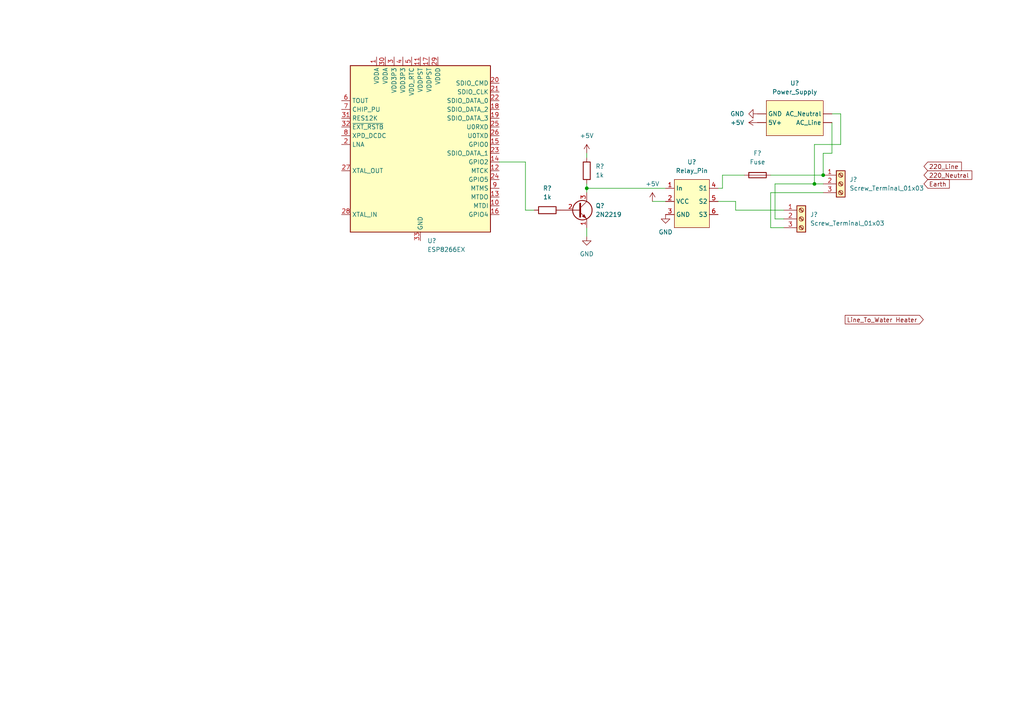
<source format=kicad_sch>
(kicad_sch (version 20211123) (generator eeschema)
  (paper "A4")
  (lib_symbols
    (symbol "Connector:Screw_Terminal_01x03" (pin_names (offset 1.016) hide)
      (property "Reference" "J" (at 0 5.08 0))
      (property "Value" "Screw_Terminal_01x03" (at 0 -5.08 0))
      (symbol "Screw_Terminal_01x03_1_1"
        (rectangle (start -1.27 3.81) (end 1.27 -3.81) (stroke (width 0.254)) (fill (type background)))
        (circle (center 0 -2.54) (radius 0.635) (stroke (width 0.1524)))
        (polyline (pts (xy -0.5334 -2.2098) (xy 0.3302 -3.048)) (stroke (width 0.1524)))
        (polyline (pts (xy -0.5334 0.3302) (xy 0.3302 -0.508)) (stroke (width 0.1524)))
        (polyline (pts (xy -0.5334 2.8702) (xy 0.3302 2.032)) (stroke (width 0.1524)))
        (polyline (pts (xy -0.3556 -2.032) (xy 0.508 -2.8702)) (stroke (width 0.1524)))
        (polyline (pts (xy -0.3556 0.508) (xy 0.508 -0.3302)) (stroke (width 0.1524)))
        (polyline (pts (xy -0.3556 3.048) (xy 0.508 2.2098)) (stroke (width 0.1524)))
        (circle (center 0 0) (radius 0.635) (stroke (width 0.1524)))
        (circle (center 0 2.54) (radius 0.635) (stroke (width 0.1524)))
        (pin passive line (at -5.08 2.54 0) (length 3.81) (name "Pin_1") (number "1"))
        (pin passive line (at -5.08 0 0) (length 3.81) (name "Pin_2") (number "2"))
        (pin passive line (at -5.08 -2.54 0) (length 3.81) (name "Pin_3") (number "3"))
      )
    )
    (symbol "Device:Fuse" (pin_numbers hide) (pin_names (offset 0))
      (property "Reference" "F" (at 2.032 0 90))
      (property "Value" "Fuse" (at -1.905 0 90))
      (symbol "Fuse_0_1"
        (rectangle (start -0.762 -2.54) (end 0.762 2.54) (stroke (width 0.254)))
        (polyline (pts (xy 0 2.54) (xy 0 -2.54)))
      )
      (symbol "Fuse_1_1"
        (pin passive line (at 0 3.81 270) (length 1.27) (name "~") (number "1"))
        (pin passive line (at 0 -3.81 90) (length 1.27) (name "~") (number "2"))
      )
    )
    (symbol "Device:R" (pin_numbers hide) (pin_names (offset 0))
      (property "Reference" "R" (at 2.032 0 90))
      (property "Value" "R" (at 0 0 90))
      (symbol "R_0_1"
        (rectangle (start -1.016 -2.54) (end 1.016 2.54) (stroke (width 0.254)))
      )
      (symbol "R_1_1"
        (pin passive line (at 0 3.81 270) (length 1.27) (name "~") (number "1"))
        (pin passive line (at 0 -3.81 90) (length 1.27) (name "~") (number "2"))
      )
    )
    (symbol "MCU_Espressif:ESP8266EX"
      (property "Reference" "U" (at 0 2.54 0))
      (property "Value" "ESP8266EX" (at 0 -2.54 0))
      (symbol "ESP8266EX_0_1"
        (rectangle (start -20.32 22.86) (end 20.32 -25.4) (stroke (width 0.254)) (fill (type background)))
      )
      (symbol "ESP8266EX_1_1"
        (pin power_in line (at -12.7 25.4 270) (length 2.54) (name "VDDA") (number "1"))
        (pin bidirectional line (at 22.86 -17.78 180) (length 2.54) (name "MTDI") (number "10"))
        (pin power_in line (at 0 25.4 270) (length 2.54) (name "VDDPST") (number "11"))
        (pin bidirectional line (at 22.86 -7.62 180) (length 2.54) (name "MTCK") (number "12"))
        (pin bidirectional line (at 22.86 -15.24 180) (length 2.54) (name "MTDO") (number "13"))
        (pin bidirectional line (at 22.86 -5.08 180) (length 2.54) (name "GPIO2") (number "14"))
        (pin bidirectional line (at 22.86 0 180) (length 2.54) (name "GPIO0") (number "15"))
        (pin bidirectional line (at 22.86 -20.32 180) (length 2.54) (name "GPIO4") (number "16"))
        (pin power_in line (at 2.54 25.4 270) (length 2.54) (name "VDDPST") (number "17"))
        (pin bidirectional line (at 22.86 10.16 180) (length 2.54) (name "SDIO_DATA_2") (number "18"))
        (pin bidirectional line (at 22.86 7.62 180) (length 2.54) (name "SDIO_DATA_3") (number "19"))
        (pin bidirectional line (at -22.86 0 0) (length 2.54) (name "LNA") (number "2"))
        (pin bidirectional line (at 22.86 17.78 180) (length 2.54) (name "SDIO_CMD") (number "20"))
        (pin bidirectional line (at 22.86 15.24 180) (length 2.54) (name "SDIO_CLK") (number "21"))
        (pin bidirectional line (at 22.86 12.7 180) (length 2.54) (name "SDIO_DATA_0") (number "22"))
        (pin bidirectional line (at 22.86 -2.54 180) (length 2.54) (name "SDIO_DATA_1") (number "23"))
        (pin bidirectional line (at 22.86 -10.16 180) (length 2.54) (name "GPIO5") (number "24"))
        (pin bidirectional line (at 22.86 5.08 180) (length 2.54) (name "U0RXD") (number "25"))
        (pin bidirectional line (at 22.86 2.54 180) (length 2.54) (name "U0TXD") (number "26"))
        (pin bidirectional line (at -22.86 -7.62 0) (length 2.54) (name "XTAL_OUT") (number "27"))
        (pin bidirectional line (at -22.86 -20.32 0) (length 2.54) (name "XTAL_IN") (number "28"))
        (pin power_in line (at 5.08 25.4 270) (length 2.54) (name "VDDD") (number "29"))
        (pin power_in line (at -7.62 25.4 270) (length 2.54) (name "VDD3P3") (number "3"))
        (pin power_in line (at -10.16 25.4 270) (length 2.54) (name "VDDA") (number "30"))
        (pin input line (at -22.86 7.62 0) (length 2.54) (name "RES12K") (number "31"))
        (pin input line (at -22.86 5.08 0) (length 2.54) (name "~{EXT_RSTB}") (number "32"))
        (pin power_in line (at 0 -27.94 90) (length 2.54) (name "GND") (number "33"))
        (pin power_in line (at -5.08 25.4 270) (length 2.54) (name "VDD3P3") (number "4"))
        (pin power_in line (at -2.54 25.4 270) (length 2.54) (name "VDD_RTC") (number "5"))
        (pin input line (at -22.86 12.7 0) (length 2.54) (name "TOUT") (number "6"))
        (pin input line (at -22.86 10.16 0) (length 2.54) (name "CHIP_PU") (number "7"))
        (pin bidirectional line (at -22.86 2.54 0) (length 2.54) (name "XPD_DCDC") (number "8"))
        (pin bidirectional line (at 22.86 -12.7 180) (length 2.54) (name "MTMS") (number "9"))
      )
    )
    (symbol "Transistor_BJT:2N2219" (pin_names (offset 0) hide)
      (property "Reference" "Q" (at 5.08 1.905 0))
      (property "Value" "2N2219" (at 5.08 0 0))
      (symbol "2N2219_0_1"
        (polyline (pts (xy 0.635 0.635) (xy 2.54 2.54)))
        (polyline (pts (xy 0.635 -0.635) (xy 2.54 -2.54) (xy 2.54 -2.54)))
        (polyline (pts (xy 0.635 1.905) (xy 0.635 -1.905) (xy 0.635 -1.905)) (stroke (width 0.508)))
        (polyline (pts (xy 1.27 -1.778) (xy 1.778 -1.27) (xy 2.286 -2.286) (xy 1.27 -1.778) (xy 1.27 -1.778)) (fill (type outline)))
        (circle (center 1.27 0) (radius 2.8194) (stroke (width 0.254)))
      )
      (symbol "2N2219_1_1"
        (pin passive line (at 2.54 -5.08 90) (length 2.54) (name "E") (number "1"))
        (pin passive line (at -5.08 0 0) (length 5.715) (name "B") (number "2"))
        (pin passive line (at 2.54 5.08 270) (length 2.54) (name "C") (number "3"))
      )
    )
    (symbol "Water_Heater_SYM:Power_Supply"
      (property "Reference" "U" (at 0 6.35 0))
      (property "Value" "Power_Supply" (at 0 -7.62 0))
      (symbol "Power_Supply_0_1"
        (rectangle (start -8.89 5.08) (end 7.62 -5.08) (fill (type background)))
      )
      (symbol "Power_Supply_1_1"
        (pin output line (at 10.16 1.27 180) (length 2.54) (name "5V+") (number ""))
        (pin input line (at -11.43 1.27 0) (length 2.54) (name "AC_Line") (number ""))
        (pin input line (at -11.43 -1.27 0) (length 2.54) (name "AC_Neutral") (number ""))
        (pin output line (at 10.16 -1.27 180) (length 2.54) (name "GND") (number ""))
      )
    )
    (symbol "Water_Heater_SYM:Relay_Pin"
      (property "Reference" "U" (at 0 -8.89 0))
      (property "Value" "Relay_Pin" (at 0 7.62 0))
      (symbol "Relay_Pin_0_1"
        (rectangle (start 5.08 -7.62) (end -5.08 6.35) (fill (type background)))
      )
      (symbol "Relay_Pin_1_1"
        (pin input line (at -7.62 3.81 0) (length 2.54) (name "In") (number "1"))
        (pin input line (at -7.62 0 0) (length 2.54) (name "VCC") (number "2"))
        (pin input line (at -7.62 -3.81 0) (length 2.54) (name "GND") (number "3"))
        (pin output line (at 7.62 3.81 180) (length 2.54) (name "S1") (number "4"))
        (pin output line (at 7.62 0 180) (length 2.54) (name "S2") (number "5"))
        (pin output line (at 7.62 -3.81 180) (length 2.54) (name "S3") (number "6"))
      )
    )
    (symbol "power:+5V" (power) (pin_names (offset 0))
      (property "Value" "+5V" (at 0 3.556 0))
      (symbol "+5V_0_1"
        (polyline (pts (xy -0.762 1.27) (xy 0 2.54)))
        (polyline (pts (xy 0 0) (xy 0 2.54)))
        (polyline (pts (xy 0 2.54) (xy 0.762 1.27)))
      )
      (symbol "+5V_1_1"
        (pin power_in line (at 0 0 90) (length 0) hide (name "+5V") (number "1"))
      )
    )
    (symbol "power:GND" (power) (pin_names (offset 0))
      (property "Value" "GND" (at 0 -3.81 0))
      (symbol "GND_0_1"
        (polyline (pts (xy 0 0) (xy 0 -1.27) (xy 1.27 -1.27) (xy 0 -2.54) (xy -1.27 -1.27) (xy 0 -1.27)))
      )
      (symbol "GND_1_1"
        (pin power_in line (at 0 0 270) (length 0) hide (name "GND") (number "1"))
      )
    )
  )
  (junction (at 170.18 54.61))
  (junction (at 238.76 50.8))
  (junction (at 236.22 53.34))
  (wire (pts (xy 144.78 46.99) (xy 152.4 46.99)))
  (wire (pts (xy 236.22 41.91) (xy 243.84 41.91)))
  (wire (pts (xy 193.04 58.42) (xy 189.23 58.42)))
  (wire (pts (xy 224.79 53.34) (xy 224.79 63.5)))
  (wire (pts (xy 170.18 44.45) (xy 170.18 45.72)))
  (wire (pts (xy 236.22 53.34) (xy 236.22 41.91)))
  (wire (pts (xy 208.28 58.42) (xy 213.36 58.42)))
  (wire (pts (xy 213.36 60.96) (xy 227.33 60.96)))
  (wire (pts (xy 170.18 66.04) (xy 170.18 68.58)))
  (wire (pts (xy 241.3 33.02) (xy 243.84 33.02)))
  (wire (pts (xy 152.4 60.96) (xy 154.94 60.96)))
  (wire (pts (xy 213.36 58.42) (xy 213.36 60.96)))
  (wire (pts (xy 241.3 44.45) (xy 238.76 44.45)))
  (wire (pts (xy 223.52 66.04) (xy 227.33 66.04)))
  (wire (pts (xy 241.3 35.56) (xy 241.3 44.45)))
  (wire (pts (xy 215.9 50.8) (xy 209.55 50.8)))
  (wire (pts (xy 223.52 55.88) (xy 238.76 55.88)))
  (wire (pts (xy 170.18 53.34) (xy 170.18 54.61)))
  (wire (pts (xy 209.55 50.8) (xy 209.55 54.61)))
  (wire (pts (xy 238.76 44.45) (xy 238.76 50.8)))
  (wire (pts (xy 170.18 54.61) (xy 193.04 54.61)))
  (wire (pts (xy 223.52 50.8) (xy 238.76 50.8)))
  (wire (pts (xy 224.79 53.34) (xy 236.22 53.34)))
  (wire (pts (xy 208.28 54.61) (xy 209.55 54.61)))
  (wire (pts (xy 243.84 41.91) (xy 243.84 33.02)))
  (wire (pts (xy 170.18 54.61) (xy 170.18 55.88)))
  (wire (pts (xy 224.79 63.5) (xy 227.33 63.5)))
  (wire (pts (xy 236.22 53.34) (xy 238.76 53.34)))
  (wire (pts (xy 152.4 46.99) (xy 152.4 60.96)))
  (wire (pts (xy 223.52 55.88) (xy 223.52 66.04)))
  (global_label "Line_To_Water Heater" (shape output) (at 245.11 92.71 0) (property "Intersheet References" "${INTERSHEET_REFS}" (effects hide)))
  (global_label "220_Neutral" (shape input) (at 267.97 50.8 0) (property "Intersheet References" "${INTERSHEET_REFS}" (effects hide)))
  (global_label "220_Line" (shape input) (at 267.97 48.26 0) (property "Intersheet References" "${INTERSHEET_REFS}" (effects hide)))
  (global_label "Earth" (shape input) (at 267.97 53.34 0) (property "Intersheet References" "${INTERSHEET_REFS}" (effects hide)))
  (symbol (lib_id "Water_Heater_SYM:Power_Supply") (at 229.87 34.29 180) (unit 1)
    (property "Reference" "U?" (at 230.505 24.13 0))
    (property "Value" "Power_Supply" (at 230.505 26.67 0))
  )
  (symbol (lib_id "Connector:Screw_Terminal_01x03") (at 232.41 63.5 0) (unit 1)
    (property "Reference" "J?" (at 234.95 62.2299 0) (effects (justify left)))
    (property "Value" "Screw_Terminal_01x03" (at 234.95 64.7699 0) (effects (justify left)))
  )
  (symbol (lib_id "power:+5V") (at 170.18 44.45 0) (unit 1)
    (property "Reference" "#PWR?" (effects hide))
    (property "Value" "+5V" (at 170.18 39.37 0))
  )
  (symbol (lib_id "Water_Heater_SYM:Relay_Pin") (at 200.66 58.42 0) (unit 1)
    (property "Reference" "U?" (at 200.66 46.99 0))
    (property "Value" "Relay_Pin" (at 200.66 49.53 0))
  )
  (symbol (lib_id "power:+5V") (at 189.23 58.42 0) (unit 1)
    (property "Reference" "#PWR?" (effects hide))
    (property "Value" "+5V" (at 189.23 53.34 0))
  )
  (symbol (lib_id "power:GND") (at 170.18 68.58 0) (unit 1)
    (property "Reference" "#PWR?" (effects hide))
    (property "Value" "GND" (at 170.18 73.66 0))
  )
  (symbol (lib_id "Transistor_BJT:2N2219") (at 167.64 60.96 0) (unit 1)
    (property "Reference" "Q?" (at 172.72 59.6899 0) (effects (justify left)))
    (property "Value" "2N2219" (at 172.72 62.2299 0) (effects (justify left)))
    (property "Footprint" "Package_TO_SOT_THT:TO-39-3" (effects hide))
    (property "Datasheet" "http://www.onsemi.com/pub_link/Collateral/2N2219-D.PDF" (effects hide))
  )
  (symbol (lib_id "Device:R") (at 170.18 49.53 0) (unit 1)
    (property "Reference" "R?" (at 172.72 48.2599 0) (effects (justify left)))
    (property "Value" "1k" (at 172.72 50.7999 0) (effects (justify left)))
  )
  (symbol (lib_id "Device:R") (at 158.75 60.96 90) (unit 1)
    (property "Reference" "R?" (at 158.75 54.61 90))
    (property "Value" "1k" (at 158.75 57.15 90))
  )
  (symbol (lib_id "Device:Fuse") (at 219.71 50.8 90) (unit 1)
    (property "Reference" "F?" (at 219.71 44.45 90))
    (property "Value" "Fuse" (at 219.71 46.99 90))
  )
  (symbol (lib_id "Connector:Screw_Terminal_01x03") (at 243.84 53.34 0) (unit 1)
    (property "Reference" "J?" (at 246.38 52.0699 0) (effects (justify left)))
    (property "Value" "Screw_Terminal_01x03" (at 246.38 54.6099 0) (effects (justify left)))
  )
  (symbol (lib_id "power:GND") (at 219.71 33.02 270) (unit 1)
    (property "Reference" "#PWR?" (effects hide))
    (property "Value" "GND" (at 215.9 33.0199 90) (effects (justify right)))
  )
  (symbol (lib_id "power:GND") (at 193.04 62.23 0) (unit 1)
    (property "Reference" "#PWR?" (effects hide))
    (property "Value" "GND" (at 193.04 67.31 0))
  )
  (symbol (lib_id "MCU_Espressif:ESP8266EX") (at 121.92 41.91 0) (unit 1)
    (property "Reference" "U?" (at 123.9394 69.85 0) (effects (justify left)))
    (property "Value" "ESP8266EX" (at 123.9394 72.39 0) (effects (justify left)))
    (property "Footprint" "Package_DFN_QFN:QFN-32-1EP_5x5mm_P0.5mm_EP3.45x3.45mm" (effects hide))
    (property "Datasheet" "http://espressif.com/sites/default/files/documentation/0a-esp8266ex_datasheet_en.pdf" (effects hide))
  )
  (symbol (lib_id "power:+5V") (at 219.71 35.56 90) (unit 1)
    (property "Reference" "#PWR?" (effects hide))
    (property "Value" "+5V" (at 215.9 35.5599 90) (effects (justify left)))
  )
)
</source>
